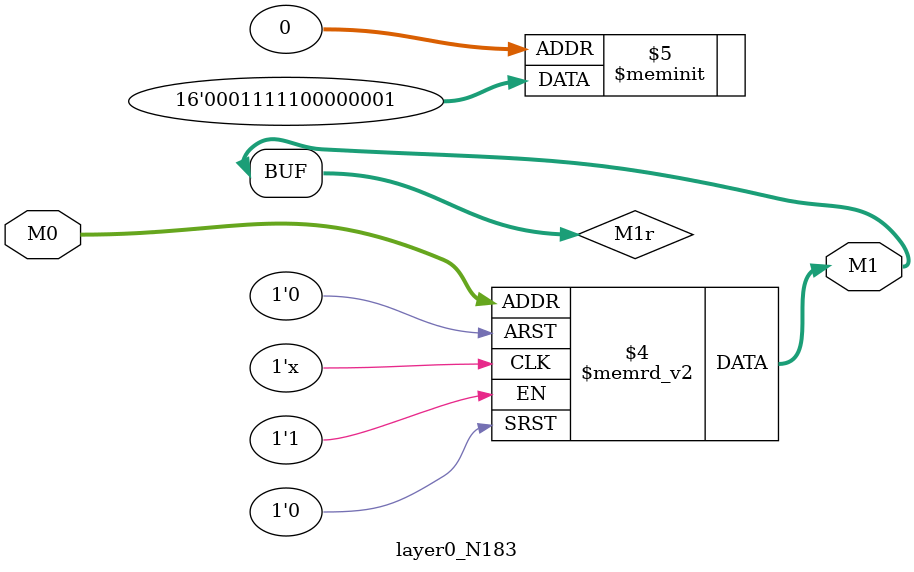
<source format=v>
module layer0_N183 ( input [2:0] M0, output [1:0] M1 );

	(*rom_style = "distributed" *) reg [1:0] M1r;
	assign M1 = M1r;
	always @ (M0) begin
		case (M0)
			3'b000: M1r = 2'b01;
			3'b100: M1r = 2'b11;
			3'b010: M1r = 2'b00;
			3'b110: M1r = 2'b01;
			3'b001: M1r = 2'b00;
			3'b101: M1r = 2'b11;
			3'b011: M1r = 2'b00;
			3'b111: M1r = 2'b00;

		endcase
	end
endmodule

</source>
